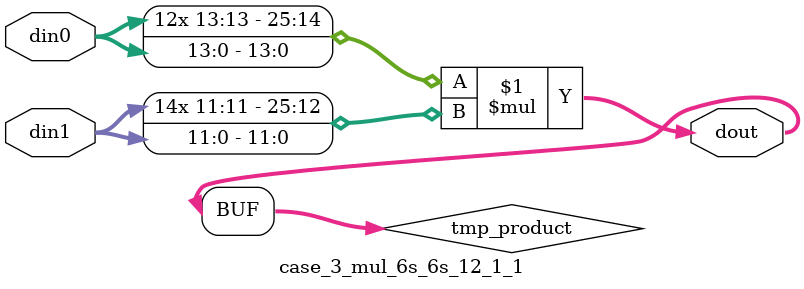
<source format=v>

`timescale 1 ns / 1 ps

 (* use_dsp = "no" *)  module case_3_mul_6s_6s_12_1_1(din0, din1, dout);
parameter ID = 1;
parameter NUM_STAGE = 0;
parameter din0_WIDTH = 14;
parameter din1_WIDTH = 12;
parameter dout_WIDTH = 26;

input [din0_WIDTH - 1 : 0] din0; 
input [din1_WIDTH - 1 : 0] din1; 
output [dout_WIDTH - 1 : 0] dout;

wire signed [dout_WIDTH - 1 : 0] tmp_product;



























assign tmp_product = $signed(din0) * $signed(din1);








assign dout = tmp_product;





















endmodule

</source>
